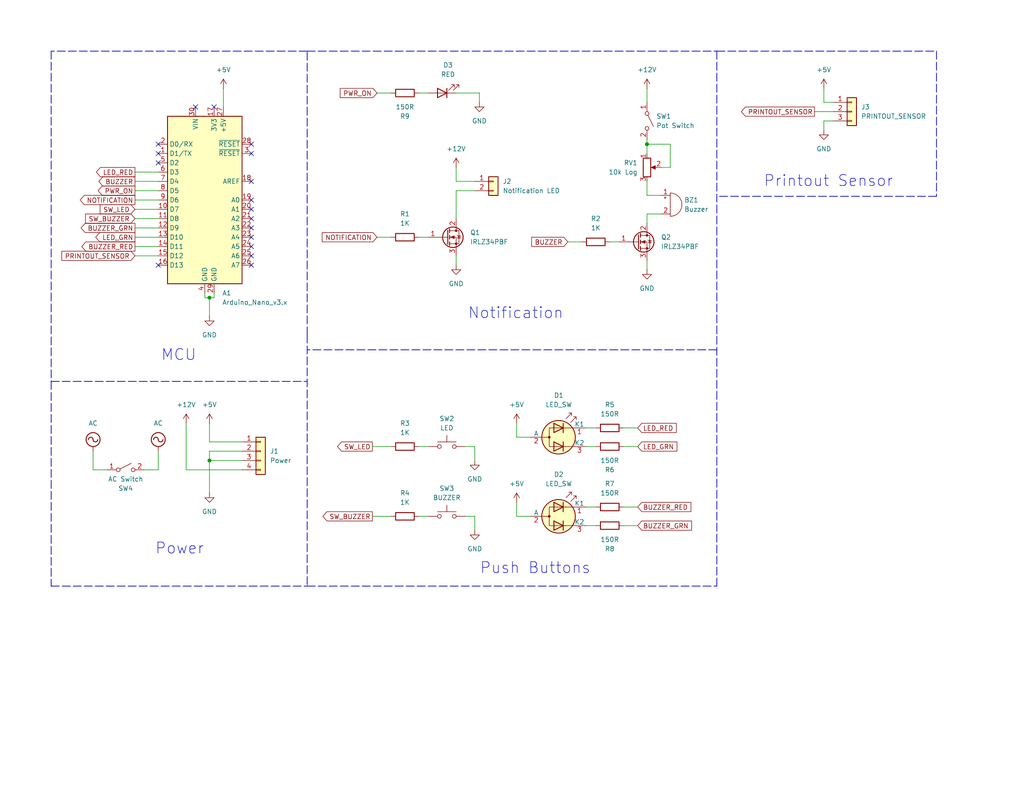
<source format=kicad_sch>
(kicad_sch (version 20231120) (generator "eeschema") (generator_version "8.0")
  (paper "USLetter")
  (title_block (title "Printer Notification System") (date "2024-06-21") (rev "v2.0") (company "Robert Susmilch") (comment 1 "Rebuilt from older relay based logic"))
  (lib_symbols
    (symbol "Connector_Generic:Conn_01x02" (pin_names (offset 1.016) hide)
      (property "Reference" "J" (at 0 2.54 0))
      (property "Value" "Conn_01x02" (at 0 -5.08 0))
      (symbol "Conn_01x02_1_1"
        (rectangle (start -1.27 -2.413) (end 0 -2.667) (stroke (width 0.1524)))
        (rectangle (start -1.27 0.127) (end 0 -0.127) (stroke (width 0.1524)))
        (rectangle (start -1.27 1.27) (end 1.27 -3.81) (stroke (width 0.254)) (fill (type background)))
        (pin passive line (at -5.08 0 0) (length 3.81) (name "Pin_1") (number "1"))
        (pin passive line (at -5.08 -2.54 0) (length 3.81) (name "Pin_2") (number "2"))
      )
    )
    (symbol "Connector_Generic:Conn_01x03" (pin_names (offset 1.016) hide)
      (property "Reference" "J" (at 0 5.08 0))
      (property "Value" "Conn_01x03" (at 0 -5.08 0))
      (symbol "Conn_01x03_1_1"
        (rectangle (start -1.27 -2.413) (end 0 -2.667) (stroke (width 0.1524)))
        (rectangle (start -1.27 0.127) (end 0 -0.127) (stroke (width 0.1524)))
        (rectangle (start -1.27 2.667) (end 0 2.413) (stroke (width 0.1524)))
        (rectangle (start -1.27 3.81) (end 1.27 -3.81) (stroke (width 0.254)) (fill (type background)))
        (pin passive line (at -5.08 2.54 0) (length 3.81) (name "Pin_1") (number "1"))
        (pin passive line (at -5.08 0 0) (length 3.81) (name "Pin_2") (number "2"))
        (pin passive line (at -5.08 -2.54 0) (length 3.81) (name "Pin_3") (number "3"))
      )
    )
    (symbol "Connector_Generic:Conn_01x04" (pin_names (offset 1.016) hide)
      (property "Reference" "J" (at 0 5.08 0))
      (property "Value" "Conn_01x04" (at 0 -7.62 0))
      (symbol "Conn_01x04_1_1"
        (rectangle (start -1.27 -4.953) (end 0 -5.207) (stroke (width 0.1524)))
        (rectangle (start -1.27 -2.413) (end 0 -2.667) (stroke (width 0.1524)))
        (rectangle (start -1.27 0.127) (end 0 -0.127) (stroke (width 0.1524)))
        (rectangle (start -1.27 2.667) (end 0 2.413) (stroke (width 0.1524)))
        (rectangle (start -1.27 3.81) (end 1.27 -6.35) (stroke (width 0.254)) (fill (type background)))
        (pin passive line (at -5.08 2.54 0) (length 3.81) (name "Pin_1") (number "1"))
        (pin passive line (at -5.08 0 0) (length 3.81) (name "Pin_2") (number "2"))
        (pin passive line (at -5.08 -2.54 0) (length 3.81) (name "Pin_3") (number "3"))
        (pin passive line (at -5.08 -5.08 0) (length 3.81) (name "Pin_4") (number "4"))
      )
    )
    (symbol "Device:Buzzer" (pin_names (offset 0.0254) hide)
      (property "Reference" "BZ" (at 3.81 1.27 0))
      (property "Value" "Buzzer" (at 3.81 -1.27 0))
      (symbol "Buzzer_0_1"
        (arc (start 0 -3.175) (mid 3.1612 0) (end 0 3.175))
        (polyline (pts (xy -1.651 1.905) (xy -1.143 1.905)))
        (polyline (pts (xy -1.397 2.159) (xy -1.397 1.651)))
        (polyline (pts (xy 0 3.175) (xy 0 -3.175)))
      )
      (symbol "Buzzer_1_1"
        (pin passive line (at -2.54 2.54 0) (length 2.54) (name "+") (number "1"))
        (pin passive line (at -2.54 -2.54 0) (length 2.54) (name "-") (number "2"))
      )
    )
    (symbol "Device:LED" (pin_numbers hide) (pin_names (offset 1.016) hide)
      (property "Reference" "D" (at 0 2.54 0))
      (property "Value" "LED" (at 0 -2.54 0))
      (symbol "LED_0_1"
        (polyline (pts (xy -1.27 -1.27) (xy -1.27 1.27)) (stroke (width 0.254)))
        (polyline (pts (xy -1.27 0) (xy 1.27 0)))
        (polyline (pts (xy 1.27 -1.27) (xy 1.27 1.27) (xy -1.27 0) (xy 1.27 -1.27)) (stroke (width 0.254)))
        (polyline (pts (xy -3.048 -0.762) (xy -4.572 -2.286) (xy -3.81 -2.286) (xy -4.572 -2.286) (xy -4.572 -1.524)))
        (polyline (pts (xy -1.778 -0.762) (xy -3.302 -2.286) (xy -2.54 -2.286) (xy -3.302 -2.286) (xy -3.302 -1.524)))
      )
      (symbol "LED_1_1"
        (pin passive line (at -3.81 0 0) (length 2.54) (name "K") (number "1"))
        (pin passive line (at 3.81 0 180) (length 2.54) (name "A") (number "2"))
      )
    )
    (symbol "Device:LED_Dual_KAK" (pin_names (offset 0))
      (property "Reference" "D" (at 0 5.715 0))
      (property "Value" "LED_Dual_KAK" (at 0 -6.35 0))
      (symbol "LED_Dual_KAK_0_1"
        (circle (center -2.54 0) (radius 0.2794) (fill (type outline)))
        (polyline (pts (xy -4.572 0) (xy -2.54 0)))
        (polyline (pts (xy 1.27 -1.27) (xy 1.27 -3.81)) (stroke (width 0.254)))
        (polyline (pts (xy 1.27 3.81) (xy 1.27 1.27)) (stroke (width 0.254)))
        (polyline (pts (xy 3.81 -2.54) (xy 1.905 -2.54)))
        (polyline (pts (xy 3.81 2.54) (xy 1.905 2.54)))
        (polyline (pts (xy -1.27 -1.27) (xy -1.27 -3.81) (xy 1.27 -2.54) (xy -1.27 -1.27)) (stroke (width 0.254)))
        (polyline (pts (xy -1.27 3.81) (xy -1.27 1.27) (xy 1.27 2.54) (xy -1.27 3.81)) (stroke (width 0.254)))
        (polyline (pts (xy 2.032 2.54) (xy -2.54 2.54) (xy -2.54 -2.54) (xy 2.032 -2.54)))
        (polyline (pts (xy 2.032 5.08) (xy 3.556 6.604) (xy 2.794 6.604) (xy 3.556 6.604) (xy 3.556 5.842)))
        (polyline (pts (xy 3.302 4.064) (xy 4.826 5.588) (xy 4.064 5.588) (xy 4.826 5.588) (xy 4.826 4.826)))
        (circle (center 0 0) (radius 4.572) (stroke (width 0.254)) (fill (type background)))
      )
      (symbol "LED_Dual_KAK_1_1"
        (pin input line (at 7.62 2.54 180) (length 3.81) (name "K1") (number "1"))
        (pin input line (at -7.62 0 0) (length 3.048) (name "A") (number "2"))
        (pin input line (at 7.62 -2.54 180) (length 3.81) (name "K2") (number "3"))
      )
    )
    (symbol "Device:Q_NMOS_GDS" (pin_names (offset 0) hide)
      (property "Reference" "Q" (at 5.08 1.27 0))
      (property "Value" "Q_NMOS_GDS" (at 5.08 -1.27 0))
      (symbol "Q_NMOS_GDS_0_1"
        (polyline (pts (xy 0.254 0) (xy -2.54 0)))
        (polyline (pts (xy 0.254 1.905) (xy 0.254 -1.905)) (stroke (width 0.254)))
        (polyline (pts (xy 0.762 -1.27) (xy 0.762 -2.286)) (stroke (width 0.254)))
        (polyline (pts (xy 0.762 0.508) (xy 0.762 -0.508)) (stroke (width 0.254)))
        (polyline (pts (xy 0.762 2.286) (xy 0.762 1.27)) (stroke (width 0.254)))
        (polyline (pts (xy 2.54 2.54) (xy 2.54 1.778)))
        (polyline (pts (xy 2.54 -2.54) (xy 2.54 0) (xy 0.762 0)))
        (polyline (pts (xy 0.762 -1.778) (xy 3.302 -1.778) (xy 3.302 1.778) (xy 0.762 1.778)))
        (polyline (pts (xy 1.016 0) (xy 2.032 0.381) (xy 2.032 -0.381) (xy 1.016 0)) (fill (type outline)))
        (polyline (pts (xy 2.794 0.508) (xy 2.921 0.381) (xy 3.683 0.381) (xy 3.81 0.254)))
        (polyline (pts (xy 3.302 0.381) (xy 2.921 -0.254) (xy 3.683 -0.254) (xy 3.302 0.381)))
        (circle (center 1.651 0) (radius 2.794) (stroke (width 0.254)))
        (circle (center 2.54 -1.778) (radius 0.254) (fill (type outline)))
        (circle (center 2.54 1.778) (radius 0.254) (fill (type outline)))
      )
      (symbol "Q_NMOS_GDS_1_1"
        (pin input line (at -5.08 0 0) (length 2.54) (name "G") (number "1"))
        (pin passive line (at 2.54 5.08 270) (length 2.54) (name "D") (number "2"))
        (pin passive line (at 2.54 -5.08 90) (length 2.54) (name "S") (number "3"))
      )
    )
    (symbol "Device:R" (pin_numbers hide) (pin_names (offset 0))
      (property "Reference" "R" (at 2.032 0 90))
      (property "Value" "R" (at 0 0 90))
      (symbol "R_0_1"
        (rectangle (start -1.016 -2.54) (end 1.016 2.54) (stroke (width 0.254)))
      )
      (symbol "R_1_1"
        (pin passive line (at 0 3.81 270) (length 1.27) (name "~") (number "1"))
        (pin passive line (at 0 -3.81 90) (length 1.27) (name "~") (number "2"))
      )
    )
    (symbol "Device:R_Potentiometer" (pin_names (offset 1.016) hide)
      (property "Reference" "RV" (at -4.445 0 90))
      (property "Value" "R_Potentiometer" (at -2.54 0 90))
      (symbol "R_Potentiometer_0_1"
        (polyline (pts (xy 2.54 0) (xy 1.524 0)))
        (polyline (pts (xy 1.143 0) (xy 2.286 0.508) (xy 2.286 -0.508) (xy 1.143 0)) (fill (type outline)))
        (rectangle (start 1.016 2.54) (end -1.016 -2.54) (stroke (width 0.254)))
      )
      (symbol "R_Potentiometer_1_1"
        (pin passive line (at 0 3.81 270) (length 1.27) (name "1") (number "1"))
        (pin passive line (at 3.81 0 180) (length 1.27) (name "2") (number "2"))
        (pin passive line (at 0 -3.81 90) (length 1.27) (name "3") (number "3"))
      )
    )
    (symbol "MCU_Module:Arduino_Nano_v3.x"
      (property "Reference" "A" (at -10.16 23.495 0))
      (property "Value" "Arduino_Nano_v3.x" (at 5.08 -24.13 0))
      (symbol "Arduino_Nano_v3.x_0_1"
        (rectangle (start -10.16 22.86) (end 10.16 -22.86) (stroke (width 0.254)) (fill (type background)))
      )
      (symbol "Arduino_Nano_v3.x_1_1"
        (pin bidirectional line (at -12.7 12.7 0) (length 2.54) (name "D1/TX") (number "1"))
        (pin bidirectional line (at -12.7 -2.54 0) (length 2.54) (name "D7") (number "10"))
        (pin bidirectional line (at -12.7 -5.08 0) (length 2.54) (name "D8") (number "11"))
        (pin bidirectional line (at -12.7 -7.62 0) (length 2.54) (name "D9") (number "12"))
        (pin bidirectional line (at -12.7 -10.16 0) (length 2.54) (name "D10") (number "13"))
        (pin bidirectional line (at -12.7 -12.7 0) (length 2.54) (name "D11") (number "14"))
        (pin bidirectional line (at -12.7 -15.24 0) (length 2.54) (name "D12") (number "15"))
        (pin bidirectional line (at -12.7 -17.78 0) (length 2.54) (name "D13") (number "16"))
        (pin power_out line (at 2.54 25.4 270) (length 2.54) (name "3V3") (number "17"))
        (pin input line (at 12.7 5.08 180) (length 2.54) (name "AREF") (number "18"))
        (pin bidirectional line (at 12.7 0 180) (length 2.54) (name "A0") (number "19"))
        (pin bidirectional line (at -12.7 15.24 0) (length 2.54) (name "D0/RX") (number "2"))
        (pin bidirectional line (at 12.7 -2.54 180) (length 2.54) (name "A1") (number "20"))
        (pin bidirectional line (at 12.7 -5.08 180) (length 2.54) (name "A2") (number "21"))
        (pin bidirectional line (at 12.7 -7.62 180) (length 2.54) (name "A3") (number "22"))
        (pin bidirectional line (at 12.7 -10.16 180) (length 2.54) (name "A4") (number "23"))
        (pin bidirectional line (at 12.7 -12.7 180) (length 2.54) (name "A5") (number "24"))
        (pin bidirectional line (at 12.7 -15.24 180) (length 2.54) (name "A6") (number "25"))
        (pin bidirectional line (at 12.7 -17.78 180) (length 2.54) (name "A7") (number "26"))
        (pin power_out line (at 5.08 25.4 270) (length 2.54) (name "+5V") (number "27"))
        (pin input line (at 12.7 15.24 180) (length 2.54) (name "~{RESET}") (number "28"))
        (pin power_in line (at 2.54 -25.4 90) (length 2.54) (name "GND") (number "29"))
        (pin input line (at 12.7 12.7 180) (length 2.54) (name "~{RESET}") (number "3"))
        (pin power_in line (at -2.54 25.4 270) (length 2.54) (name "VIN") (number "30"))
        (pin power_in line (at 0 -25.4 90) (length 2.54) (name "GND") (number "4"))
        (pin bidirectional line (at -12.7 10.16 0) (length 2.54) (name "D2") (number "5"))
        (pin bidirectional line (at -12.7 7.62 0) (length 2.54) (name "D3") (number "6"))
        (pin bidirectional line (at -12.7 5.08 0) (length 2.54) (name "D4") (number "7"))
        (pin bidirectional line (at -12.7 2.54 0) (length 2.54) (name "D5") (number "8"))
        (pin bidirectional line (at -12.7 0 0) (length 2.54) (name "D6") (number "9"))
      )
    )
    (symbol "Switch:SW_Push" (pin_numbers hide) (pin_names (offset 1.016) hide)
      (property "Reference" "SW" (at 1.27 2.54 0))
      (property "Value" "SW_Push" (at 0 -1.524 0))
      (symbol "SW_Push_0_1"
        (circle (center -2.032 0) (radius 0.508))
        (polyline (pts (xy 0 1.27) (xy 0 3.048)))
        (polyline (pts (xy 2.54 1.27) (xy -2.54 1.27)))
        (circle (center 2.032 0) (radius 0.508))
        (pin passive line (at -5.08 0 0) (length 2.54) (name "1") (number "1"))
        (pin passive line (at 5.08 0 180) (length 2.54) (name "2") (number "2"))
      )
    )
    (symbol "Switch:SW_SPST" (pin_names (offset 0) hide)
      (property "Reference" "SW" (at 0 3.175 0))
      (property "Value" "SW_SPST" (at 0 -2.54 0))
      (symbol "SW_SPST_0_0"
        (circle (center -2.032 0) (radius 0.508))
        (polyline (pts (xy -1.524 0.254) (xy 1.524 1.778)))
        (circle (center 2.032 0) (radius 0.508))
      )
      (symbol "SW_SPST_1_1"
        (pin passive line (at -5.08 0 0) (length 2.54) (name "A") (number "1"))
        (pin passive line (at 5.08 0 180) (length 2.54) (name "B") (number "2"))
      )
    )
    (symbol "power:+12V" (power) (pin_numbers hide) (pin_names (offset 0) hide)
      (property "Value" "+12V" (at 0 3.556 0))
      (symbol "+12V_0_1"
        (polyline (pts (xy -0.762 1.27) (xy 0 2.54)))
        (polyline (pts (xy 0 0) (xy 0 2.54)))
        (polyline (pts (xy 0 2.54) (xy 0.762 1.27)))
      )
      (symbol "+12V_1_1"
        (pin power_in line (at 0 0 90) (length 0) (name "~") (number "1"))
      )
    )
    (symbol "power:+5V" (power) (pin_numbers hide) (pin_names (offset 0) hide)
      (property "Value" "+5V" (at 0 3.556 0))
      (symbol "+5V_0_1"
        (polyline (pts (xy -0.762 1.27) (xy 0 2.54)))
        (polyline (pts (xy 0 0) (xy 0 2.54)))
        (polyline (pts (xy 0 2.54) (xy 0.762 1.27)))
      )
      (symbol "+5V_1_1"
        (pin power_in line (at 0 0 90) (length 0) (name "~") (number "1"))
      )
    )
    (symbol "power:AC" (power) (pin_numbers hide) (pin_names (offset 0) hide)
      (property "Value" "AC" (at 0 6.35 0))
      (symbol "AC_0_1"
        (polyline (pts (xy 0 0) (xy 0 1.27)))
        (arc (start 0 3.175) (mid -0.635 3.8073) (end -1.27 3.175) (stroke (width 0.254)))
        (arc (start 0 3.175) (mid 0.635 2.5427) (end 1.27 3.175) (stroke (width 0.254)))
        (circle (center 0 3.175) (radius 1.905) (stroke (width 0.254)))
      )
      (symbol "AC_1_1"
        (pin power_in line (at 0 0 90) (length 0) (name "~") (number "1"))
      )
    )
    (symbol "power:GND" (power) (pin_numbers hide) (pin_names (offset 0) hide)
      (property "Value" "GND" (at 0 -3.81 0))
      (symbol "GND_0_1"
        (polyline (pts (xy 0 0) (xy 0 -1.27) (xy 1.27 -1.27) (xy 0 -2.54) (xy -1.27 -1.27) (xy 0 -1.27)))
      )
      (symbol "GND_1_1"
        (pin power_in line (at 0 0 270) (length 0) (name "~") (number "1"))
      )
    )
  )
  (junction (at 57.15 81.28))
  (junction (at 176.53 39.37))
  (junction (at 57.15 125.73))
  (no_connect (at 68.58 54.61))
  (no_connect (at 68.58 59.69))
  (no_connect (at 43.18 39.37))
  (no_connect (at 53.34 29.21))
  (no_connect (at 68.58 62.23))
  (no_connect (at 68.58 67.31))
  (no_connect (at 43.18 41.91))
  (no_connect (at 68.58 39.37))
  (no_connect (at 43.18 44.45))
  (no_connect (at 68.58 49.53))
  (no_connect (at 68.58 64.77))
  (no_connect (at 68.58 69.85))
  (no_connect (at 58.42 29.21))
  (no_connect (at 68.58 41.91))
  (no_connect (at 68.58 72.39))
  (no_connect (at 68.58 57.15))
  (no_connect (at 43.18 72.39))
  (wire (pts (xy 182.88 39.37) (xy 176.53 39.37)))
  (polyline (pts (xy 13.97 104.14) (xy 83.82 104.14)) (stroke (width 0.2) (type dash)))
  (polyline (pts (xy 83.82 91.44) (xy 83.82 160.02)) (stroke (width 0.2) (type dash)))
  (wire (pts (xy 176.53 60.96) (xy 176.53 58.42)))
  (wire (pts (xy 124.46 59.69) (xy 124.46 52.07)))
  (wire (pts (xy 114.3 140.97) (xy 116.84 140.97)))
  (wire (pts (xy 130.81 27.94) (xy 130.81 25.4)))
  (wire (pts (xy 36.83 49.53) (xy 43.18 49.53)))
  (wire (pts (xy 57.15 123.19) (xy 66.04 123.19)))
  (wire (pts (xy 224.79 35.56) (xy 224.79 33.02)))
  (polyline (pts (xy 83.82 13.97) (xy 13.97 13.97)) (stroke (width 0.2) (type dash)))
  (wire (pts (xy 170.18 121.92) (xy 173.99 121.92)))
  (wire (pts (xy 129.54 140.97) (xy 129.54 144.78)))
  (wire (pts (xy 36.83 67.31) (xy 43.18 67.31)))
  (polyline (pts (xy 195.58 95.504) (xy 83.82 95.504)) (stroke (width 0.2) (type dash)))
  (wire (pts (xy 114.3 64.77) (xy 116.84 64.77)))
  (polyline (pts (xy 195.58 13.97) (xy 195.58 91.44)) (stroke (width 0.2) (type dash)))
  (wire (pts (xy 36.83 52.07) (xy 43.18 52.07)))
  (wire (pts (xy 140.97 137.16) (xy 140.97 140.97)))
  (wire (pts (xy 176.53 71.12) (xy 176.53 73.66)))
  (wire (pts (xy 114.3 121.92) (xy 116.84 121.92)))
  (wire (pts (xy 176.53 58.42) (xy 180.34 58.42)))
  (wire (pts (xy 160.02 121.92) (xy 162.56 121.92)))
  (wire (pts (xy 58.42 81.28) (xy 58.42 80.01)))
  (wire (pts (xy 170.18 116.84) (xy 173.99 116.84)))
  (wire (pts (xy 176.53 53.34) (xy 180.34 53.34)))
  (wire (pts (xy 176.53 24.13) (xy 176.53 27.94)))
  (wire (pts (xy 55.88 80.01) (xy 55.88 81.28)))
  (wire (pts (xy 36.83 64.77) (xy 43.18 64.77)))
  (wire (pts (xy 222.25 30.48) (xy 227.33 30.48)))
  (polyline (pts (xy 13.97 13.97) (xy 13.97 104.14)) (stroke (width 0.2) (type dash)))
  (wire (pts (xy 36.83 54.61) (xy 43.18 54.61)))
  (polyline (pts (xy 195.58 160.02) (xy 195.58 91.44)) (stroke (width 0.2) (type dash)))
  (wire (pts (xy 57.15 81.28) (xy 58.42 81.28)))
  (polyline (pts (xy 195.58 13.97) (xy 255.524 13.97)) (stroke (width 0.2) (type dash)))
  (wire (pts (xy 102.87 64.77) (xy 106.68 64.77)))
  (wire (pts (xy 50.8 115.57) (xy 50.8 128.27)))
  (wire (pts (xy 60.96 24.13) (xy 60.96 29.21)))
  (wire (pts (xy 176.53 38.1) (xy 176.53 39.37)))
  (wire (pts (xy 160.02 138.43) (xy 162.56 138.43)))
  (wire (pts (xy 176.53 49.53) (xy 176.53 53.34)))
  (wire (pts (xy 36.83 57.15) (xy 43.18 57.15)))
  (wire (pts (xy 101.6 140.97) (xy 106.68 140.97)))
  (wire (pts (xy 140.97 119.38) (xy 144.78 119.38)))
  (wire (pts (xy 180.34 45.72) (xy 182.88 45.72)))
  (wire (pts (xy 57.15 125.73) (xy 66.04 125.73)))
  (wire (pts (xy 36.83 62.23) (xy 43.18 62.23)))
  (polyline (pts (xy 255.524 53.594) (xy 195.58 53.594)) (stroke (width 0.2) (type dash)))
  (wire (pts (xy 127 121.92) (xy 129.54 121.92)))
  (polyline (pts (xy 83.82 13.97) (xy 195.58 13.97)) (stroke (width 0.2) (type dash)))
  (wire (pts (xy 127 140.97) (xy 129.54 140.97)))
  (wire (pts (xy 29.21 128.27) (xy 25.4 128.27)))
  (wire (pts (xy 101.6 121.92) (xy 106.68 121.92)))
  (wire (pts (xy 224.79 33.02) (xy 227.33 33.02)))
  (wire (pts (xy 114.3 25.4) (xy 116.84 25.4)))
  (wire (pts (xy 43.18 128.27) (xy 39.37 128.27)))
  (wire (pts (xy 124.46 52.07) (xy 129.54 52.07)))
  (polyline (pts (xy 83.82 91.44) (xy 83.82 13.97)) (stroke (width 0.2) (type dash)))
  (wire (pts (xy 124.46 69.85) (xy 124.46 72.39)))
  (wire (pts (xy 57.15 115.57) (xy 57.15 120.65)))
  (wire (pts (xy 140.97 115.57) (xy 140.97 119.38)))
  (polyline (pts (xy 255.524 13.97) (xy 255.524 53.594)) (stroke (width 0.2) (type dash)))
  (wire (pts (xy 160.02 116.84) (xy 162.56 116.84)))
  (wire (pts (xy 166.37 66.04) (xy 168.91 66.04)))
  (wire (pts (xy 176.53 39.37) (xy 176.53 41.91)))
  (wire (pts (xy 130.81 25.4) (xy 124.46 25.4)))
  (wire (pts (xy 36.83 46.99) (xy 43.18 46.99)))
  (wire (pts (xy 129.54 121.92) (xy 129.54 125.73)))
  (wire (pts (xy 57.15 120.65) (xy 66.04 120.65)))
  (wire (pts (xy 140.97 140.97) (xy 144.78 140.97)))
  (wire (pts (xy 102.87 25.4) (xy 106.68 25.4)))
  (wire (pts (xy 124.46 49.53) (xy 129.54 49.53)))
  (wire (pts (xy 36.83 69.85) (xy 43.18 69.85)))
  (polyline (pts (xy 13.97 160.02) (xy 83.82 160.02)) (stroke (width 0.2) (type dash)))
  (wire (pts (xy 57.15 134.62) (xy 57.15 125.73)))
  (wire (pts (xy 160.02 143.51) (xy 162.56 143.51)))
  (wire (pts (xy 43.18 123.19) (xy 43.18 128.27)))
  (wire (pts (xy 170.18 138.43) (xy 173.99 138.43)))
  (wire (pts (xy 25.4 128.27) (xy 25.4 123.19)))
  (wire (pts (xy 154.94 66.04) (xy 158.75 66.04)))
  (polyline (pts (xy 13.97 104.14) (xy 13.97 160.02)) (stroke (width 0.2) (type dash)))
  (wire (pts (xy 170.18 143.51) (xy 173.99 143.51)))
  (wire (pts (xy 36.83 59.69) (xy 43.18 59.69)))
  (wire (pts (xy 124.46 45.72) (xy 124.46 49.53)))
  (wire (pts (xy 224.79 24.13) (xy 224.79 27.94)))
  (wire (pts (xy 182.88 45.72) (xy 182.88 39.37)))
  (wire (pts (xy 57.15 125.73) (xy 57.15 123.19)))
  (wire (pts (xy 55.88 81.28) (xy 57.15 81.28)))
  (polyline (pts (xy 83.82 160.02) (xy 195.58 160.02)) (stroke (width 0.2) (type dash)))
  (wire (pts (xy 224.79 27.94) (xy 227.33 27.94)))
  (wire (pts (xy 57.15 81.28) (xy 57.15 86.36)))
  (wire (pts (xy 50.8 128.27) (xy 66.04 128.27)))
  (text "Power" (at 49.022 149.86 0) (effects (font (size 3 3))))
  (text "Notification" (at 140.716 85.598 0) (effects (font (size 3 3))))
  (text "Printout Sensor" (at 226.06 49.53 0) (effects (font (size 3 3))))
  (text "Push Buttons" (at 146.05 155.194 0) (effects (font (size 3 3))))
  (text "MCU" (at 48.768 97.028 0) (effects (font (size 3 3))))
  (global_label "BUZZER_RED" (shape input) (at 173.99 138.43 0) (property "Intersheetrefs" "${INTERSHEET_REFS}" (effects (hide yes))))
  (global_label "LED_GRN" (shape input) (at 173.99 121.92 0) (property "Intersheetrefs" "${INTERSHEET_REFS}" (effects (hide yes))))
  (global_label "SW_BUZZER" (shape output) (at 101.6 140.97 180) (property "Intersheetrefs" "${INTERSHEET_REFS}" (effects (hide yes))))
  (global_label "BUZZER_GRN" (shape output) (at 36.83 62.23 180) (property "Intersheetrefs" "${INTERSHEET_REFS}" (effects (hide yes))))
  (global_label "PRINTOUT_SENSOR" (shape input) (at 36.83 69.85 180) (property "Intersheetrefs" "${INTERSHEET_REFS}" (effects (hide yes))))
  (global_label "LED_RED" (shape input) (at 173.99 116.84 0) (property "Intersheetrefs" "${INTERSHEET_REFS}" (effects (hide yes))))
  (global_label "PWR_ON" (shape output) (at 36.83 52.07 180) (property "Intersheetrefs" "${INTERSHEET_REFS}" (effects (hide yes))))
  (global_label "BUZZER" (shape input) (at 154.94 66.04 180) (property "Intersheetrefs" "${INTERSHEET_REFS}" (effects (hide yes))))
  (global_label "NOTIFICATION" (shape output) (at 36.83 54.61 180) (property "Intersheetrefs" "${INTERSHEET_REFS}" (effects (hide yes))))
  (global_label "BUZZER" (shape output) (at 36.83 49.53 180) (property "Intersheetrefs" "${INTERSHEET_REFS}" (effects (hide yes))))
  (global_label "LED_RED" (shape output) (at 36.83 46.99 180) (property "Intersheetrefs" "${INTERSHEET_REFS}" (effects (hide yes))))
  (global_label "PRINTOUT_SENSOR" (shape output) (at 222.25 30.48 180) (property "Intersheetrefs" "${INTERSHEET_REFS}" (effects (hide yes))))
  (global_label "SW_LED" (shape input) (at 36.83 57.15 180) (property "Intersheetrefs" "${INTERSHEET_REFS}" (effects (hide yes))))
  (global_label "BUZZER_RED" (shape output) (at 36.83 67.31 180) (property "Intersheetrefs" "${INTERSHEET_REFS}" (effects (hide yes))))
  (global_label "SW_LED" (shape output) (at 101.6 121.92 180) (property "Intersheetrefs" "${INTERSHEET_REFS}" (effects (hide yes))))
  (global_label "BUZZER_GRN" (shape input) (at 173.99 143.51 0) (property "Intersheetrefs" "${INTERSHEET_REFS}" (effects (hide yes))))
  (global_label "SW_BUZZER" (shape input) (at 36.83 59.69 180) (property "Intersheetrefs" "${INTERSHEET_REFS}" (effects (hide yes))))
  (global_label "LED_GRN" (shape output) (at 36.83 64.77 180) (property "Intersheetrefs" "${INTERSHEET_REFS}" (effects (hide yes))))
  (global_label "PWR_ON" (shape input) (at 102.87 25.4 180) (property "Intersheetrefs" "${INTERSHEET_REFS}" (effects (hide yes))))
  (global_label "NOTIFICATION" (shape input) (at 102.87 64.77 180) (property "Intersheetrefs" "${INTERSHEET_REFS}" (effects (hide yes))))
  (symbol (lib_id "power:GND") (at 57.15 86.36 0) (unit 1)
    (property "Reference" "#PWR01" (effects (hide yes)))
    (property "Value" "GND" (at 57.15 91.44 0))
    (property "Description" "Power symbol creates a global label with name \"GND\" , ground" (effects (hide yes)))
  )
  (symbol (lib_id "Device:R") (at 110.49 25.4 90) (mirror x) (unit 1)
    (property "Reference" "R9" (at 110.49 31.75 90))
    (property "Value" "150R" (at 110.49 29.21 90))
    (property "Description" "Resistor" (effects (hide yes)))
  )
  (symbol (lib_id "Switch:SW_SPST") (at 34.29 128.27 0) (unit 1)
    (property "Reference" "SW4" (at 34.29 133.35 0))
    (property "Value" "AC Switch" (at 34.29 130.81 0))
    (property "Description" "Single Pole Single Throw (SPST) switch" (effects (hide yes)))
  )
  (symbol (lib_id "MCU_Module:Arduino_Nano_v3.x") (at 55.88 54.61 0) (unit 1)
    (property "Reference" "A1" (at 60.6141 80.01 0) (effects (justify left)))
    (property "Value" "Arduino_Nano_v3.x" (at 60.6141 82.55 0) (effects (justify left)))
    (property "Footprint" "Module:Arduino_Nano" (effects (hide yes)))
    (property "Datasheet" "http://www.mouser.com/pdfdocs/Gravitech_Arduino_Nano3_0.pdf" (effects (hide yes)))
    (property "Description" "Arduino Nano v3.x" (effects (hide yes)))
  )
  (symbol (lib_id "power:AC") (at 43.18 123.19 0) (unit 1)
    (property "Reference" "#PWR015" (effects (hide yes)))
    (property "Value" "AC" (at 43.18 115.57 0))
    (property "Description" "Power symbol creates a global label with name \"AC\"" (effects (hide yes)))
  )
  (symbol (lib_id "power:+5V") (at 140.97 137.16 0) (unit 1)
    (property "Reference" "#PWR013" (effects (hide yes)))
    (property "Value" "+5V" (at 140.97 132.08 0))
    (property "Description" "Power symbol creates a global label with name \"+5V\"" (effects (hide yes)))
  )
  (symbol (lib_id "Device:R") (at 110.49 140.97 90) (unit 1)
    (property "Reference" "R4" (at 110.49 134.62 90))
    (property "Value" "1K" (at 110.49 137.16 90))
    (property "Description" "Resistor" (effects (hide yes)))
  )
  (symbol (lib_id "Device:R") (at 110.49 121.92 90) (unit 1)
    (property "Reference" "R3" (at 110.49 115.57 90))
    (property "Value" "1K" (at 110.49 118.11 90))
    (property "Description" "Resistor" (effects (hide yes)))
  )
  (symbol (lib_id "Device:R") (at 166.37 138.43 90) (unit 1)
    (property "Reference" "R7" (at 166.37 132.08 90))
    (property "Value" "150R" (at 166.37 134.62 90))
    (property "Description" "Resistor" (effects (hide yes)))
  )
  (symbol (lib_id "Device:R") (at 166.37 143.51 90) (mirror x) (unit 1)
    (property "Reference" "R8" (at 166.37 149.86 90))
    (property "Value" "150R" (at 166.37 147.32 90))
    (property "Description" "Resistor" (effects (hide yes)))
  )
  (symbol (lib_id "power:+12V") (at 176.53 24.13 0) (unit 1)
    (property "Reference" "#PWR07" (effects (hide yes)))
    (property "Value" "+12V" (at 176.53 19.05 0))
    (property "Description" "Power symbol creates a global label with name \"+12V\"" (effects (hide yes)))
  )
  (symbol (lib_id "Device:R_Potentiometer") (at 176.53 45.72 0) (unit 1)
    (property "Reference" "RV1" (at 173.99 44.4499 0) (effects (justify right)))
    (property "Value" "10k Log" (at 173.99 46.9899 0) (effects (justify right)))
    (property "Description" "Potentiometer" (effects (hide yes)))
  )
  (symbol (lib_id "Switch:SW_Push") (at 121.92 140.97 0) (unit 1)
    (property "Reference" "SW3" (at 121.92 133.35 0))
    (property "Value" "BUZZER" (at 121.92 135.89 0))
    (property "Description" "Push button switch, generic, two pins" (effects (hide yes)))
  )
  (symbol (lib_id "power:+12V") (at 124.46 45.72 0) (unit 1)
    (property "Reference" "#PWR06" (effects (hide yes)))
    (property "Value" "+12V" (at 124.46 40.64 0))
    (property "Description" "Power symbol creates a global label with name \"+12V\"" (effects (hide yes)))
  )
  (symbol (lib_id "Device:R") (at 162.56 66.04 90) (unit 1)
    (property "Reference" "R2" (at 162.56 59.69 90))
    (property "Value" "1K" (at 162.56 62.23 90))
    (property "Description" "Resistor" (effects (hide yes)))
  )
  (symbol (lib_id "Connector_Generic:Conn_01x04") (at 71.12 123.19 0) (unit 1)
    (property "Reference" "J1" (at 73.66 123.1899 0) (effects (justify left)))
    (property "Value" "Power" (at 73.66 125.7299 0) (effects (justify left)))
    (property "Description" "Generic connector, single row, 01x04, script generated (kicad-library-utils/schlib/autogen/connector/)" (effects (hide yes)))
  )
  (symbol (lib_id "power:+5V") (at 60.96 24.13 0) (unit 1)
    (property "Reference" "#PWR03" (effects (hide yes)))
    (property "Value" "+5V" (at 60.96 19.05 0))
    (property "Description" "Power symbol creates a global label with name \"+5V\"" (effects (hide yes)))
  )
  (symbol (lib_id "Device:LED") (at 120.65 25.4 180) (unit 1)
    (property "Reference" "D3" (at 122.2375 17.78 0))
    (property "Value" "RED" (at 122.2375 20.32 0))
    (property "Description" "Light emitting diode" (effects (hide yes)))
  )
  (symbol (lib_id "Device:R") (at 166.37 116.84 90) (unit 1)
    (property "Reference" "R5" (at 166.37 110.49 90))
    (property "Value" "150R" (at 166.37 113.03 90))
    (property "Description" "Resistor" (effects (hide yes)))
  )
  (symbol (lib_id "power:GND") (at 129.54 125.73 0) (unit 1)
    (property "Reference" "#PWR010" (effects (hide yes)))
    (property "Value" "GND" (at 129.54 130.81 0))
    (property "Description" "Power symbol creates a global label with name \"GND\" , ground" (effects (hide yes)))
  )
  (symbol (lib_id "power:GND") (at 129.54 144.78 0) (unit 1)
    (property "Reference" "#PWR011" (effects (hide yes)))
    (property "Value" "GND" (at 129.54 149.86 0))
    (property "Description" "Power symbol creates a global label with name \"GND\" , ground" (effects (hide yes)))
  )
  (symbol (lib_id "power:GND") (at 57.15 134.62 0) (unit 1)
    (property "Reference" "#PWR04" (effects (hide yes)))
    (property "Value" "GND" (at 57.15 139.7 0))
    (property "Description" "Power symbol creates a global label with name \"GND\" , ground" (effects (hide yes)))
  )
  (symbol (lib_id "Device:R") (at 166.37 121.92 90) (mirror x) (unit 1)
    (property "Reference" "R6" (at 166.37 128.27 90))
    (property "Value" "150R" (at 166.37 125.73 90))
    (property "Description" "Resistor" (effects (hide yes)))
  )
  (symbol (lib_id "Switch:SW_Push") (at 121.92 121.92 0) (unit 1)
    (property "Reference" "SW2" (at 121.92 114.3 0))
    (property "Value" "LED" (at 121.92 116.84 0))
    (property "Description" "Push button switch, generic, two pins" (effects (hide yes)))
  )
  (symbol (lib_id "power:GND") (at 130.81 27.94 0) (unit 1)
    (property "Reference" "#PWR016" (effects (hide yes)))
    (property "Value" "GND" (at 130.81 33.02 0))
    (property "Description" "Power symbol creates a global label with name \"GND\" , ground" (effects (hide yes)))
  )
  (symbol (lib_id "Device:LED_Dual_KAK") (at 152.4 119.38 0) (unit 1)
    (property "Reference" "D1" (at 152.4635 107.95 0))
    (property "Value" "LED_SW" (at 152.4635 110.49 0))
    (property "Description" "Dual LED, common anode on pin 2" (effects (hide yes)))
  )
  (symbol (lib_id "power:+5V") (at 57.15 115.57 0) (unit 1)
    (property "Reference" "#PWR02" (effects (hide yes)))
    (property "Value" "+5V" (at 57.15 110.49 0))
    (property "Description" "Power symbol creates a global label with name \"+5V\"" (effects (hide yes)))
  )
  (symbol (lib_id "Device:Q_NMOS_GDS") (at 121.92 64.77 0) (unit 1)
    (property "Reference" "Q1" (at 128.27 63.4999 0) (effects (justify left)))
    (property "Value" "IRLZ34PBF" (at 128.27 66.0399 0) (effects (justify left)))
    (property "Description" "N-MOSFET transistor, gate/drain/source" (effects (hide yes)))
  )
  (symbol (lib_id "Connector_Generic:Conn_01x03") (at 232.41 30.48 0) (unit 1)
    (property "Reference" "J3" (at 234.95 29.2099 0) (effects (justify left)))
    (property "Value" "PRINTOUT_SENSOR" (at 234.95 31.7499 0) (effects (justify left)))
    (property "Description" "Generic connector, single row, 01x03, script generated (kicad-library-utils/schlib/autogen/connector/)" (effects (hide yes)))
  )
  (symbol (lib_id "Device:LED_Dual_KAK") (at 152.4 140.97 0) (unit 1)
    (property "Reference" "D2" (at 152.4635 129.54 0))
    (property "Value" "LED_SW" (at 152.4635 132.08 0))
    (property "Description" "Dual LED, common anode on pin 2" (effects (hide yes)))
  )
  (symbol (lib_id "power:+5V") (at 224.79 24.13 0) (unit 1)
    (property "Reference" "#PWR018" (effects (hide yes)))
    (property "Value" "+5V" (at 224.79 19.05 0))
    (property "Description" "Power symbol creates a global label with name \"+5V\"" (effects (hide yes)))
  )
  (symbol (lib_id "Switch:SW_SPST") (at 176.53 33.02 270) (unit 1)
    (property "Reference" "SW1" (at 179.07 31.7499 90) (effects (justify left)))
    (property "Value" "Pot Switch" (at 179.07 34.2899 90) (effects (justify left)))
    (property "Description" "Single Pole Single Throw (SPST) switch" (effects (hide yes)))
  )
  (symbol (lib_id "Device:Buzzer") (at 182.88 55.88 0) (unit 1)
    (property "Reference" "BZ1" (at 186.69 54.6099 0) (effects (justify left)))
    (property "Value" "Buzzer" (at 186.69 57.1499 0) (effects (justify left)))
    (property "Description" "Buzzer, polarized" (effects (hide yes)))
  )
  (symbol (lib_id "power:GND") (at 224.79 35.56 0) (unit 1)
    (property "Reference" "#PWR017" (effects (hide yes)))
    (property "Value" "GND" (at 224.79 40.64 0))
    (property "Description" "Power symbol creates a global label with name \"GND\" , ground" (effects (hide yes)))
  )
  (symbol (lib_id "power:AC") (at 25.4 123.19 0) (unit 1)
    (property "Reference" "#PWR014" (effects (hide yes)))
    (property "Value" "AC" (at 25.4 115.57 0))
    (property "Description" "Power symbol creates a global label with name \"AC\"" (effects (hide yes)))
  )
  (symbol (lib_id "power:+5V") (at 140.97 115.57 0) (unit 1)
    (property "Reference" "#PWR012" (effects (hide yes)))
    (property "Value" "+5V" (at 140.97 110.49 0))
    (property "Description" "Power symbol creates a global label with name \"+5V\"" (effects (hide yes)))
  )
  (symbol (lib_id "Connector_Generic:Conn_01x02") (at 134.62 49.53 0) (unit 1)
    (property "Reference" "J2" (at 137.16 49.5299 0) (effects (justify left)))
    (property "Value" "Notification LED" (at 137.16 52.0699 0) (effects (justify left)))
    (property "Description" "Generic connector, single row, 01x02, script generated (kicad-library-utils/schlib/autogen/connector/)" (effects (hide yes)))
  )
  (symbol (lib_id "Device:Q_NMOS_GDS") (at 173.99 66.04 0) (unit 1)
    (property "Reference" "Q2" (at 180.34 64.7699 0) (effects (justify left)))
    (property "Value" "IRLZ34PBF" (at 180.34 67.3099 0) (effects (justify left)))
    (property "Description" "N-MOSFET transistor, gate/drain/source" (effects (hide yes)))
  )
  (symbol (lib_id "power:GND") (at 124.46 72.39 0) (unit 1)
    (property "Reference" "#PWR08" (effects (hide yes)))
    (property "Value" "GND" (at 124.46 77.47 0))
    (property "Description" "Power symbol creates a global label with name \"GND\" , ground" (effects (hide yes)))
  )
  (symbol (lib_id "power:+12V") (at 50.8 115.57 0) (unit 1)
    (property "Reference" "#PWR05" (effects (hide yes)))
    (property "Value" "+12V" (at 50.8 110.49 0))
    (property "Description" "Power symbol creates a global label with name \"+12V\"" (effects (hide yes)))
  )
  (symbol (lib_id "Device:R") (at 110.49 64.77 90) (unit 1)
    (property "Reference" "R1" (at 110.49 58.42 90))
    (property "Value" "1K" (at 110.49 60.96 90))
    (property "Description" "Resistor" (effects (hide yes)))
  )
  (symbol (lib_id "power:GND") (at 176.53 73.66 0) (unit 1)
    (property "Reference" "#PWR09" (effects (hide yes)))
    (property "Value" "GND" (at 176.53 78.74 0))
    (property "Description" "Power symbol creates a global label with name \"GND\" , ground" (effects (hide yes)))
  )
)
</source>
